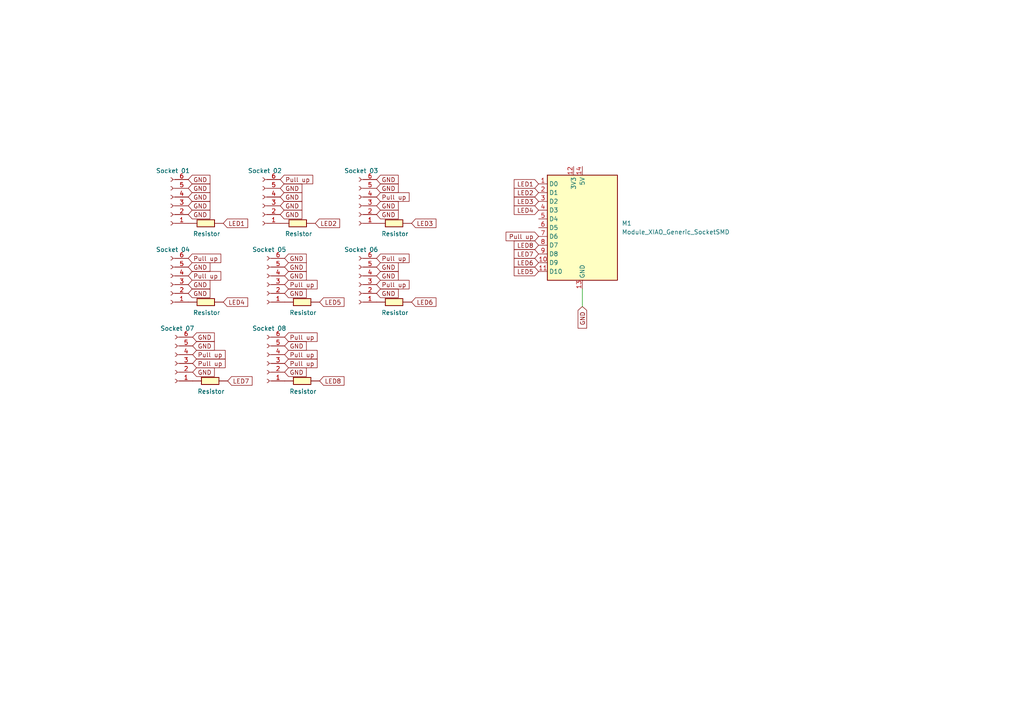
<source format=kicad_sch>
(kicad_sch (version 20250114) (generator "eeschema") (generator_version "9.0")
  (paper "A4")
  (lib_symbols
    (symbol "Connector:Conn_01x06_Socket" (pin_names (offset 1.016) (hide yes))
      (property "Reference" "J" (at 0 7.62 0))
      (property "Value" "Conn_01x06_Socket" (at 0 -10.16 0))
      (symbol "Conn_01x06_Socket_1_1"
        (polyline (pts (xy -1.27 5.08) (xy -0.508 5.08)) (stroke (width 0.1524)))
        (polyline (pts (xy -1.27 2.54) (xy -0.508 2.54)) (stroke (width 0.1524)))
        (polyline (pts (xy -1.27 0) (xy -0.508 0)) (stroke (width 0.1524)))
        (polyline (pts (xy -1.27 -2.54) (xy -0.508 -2.54)) (stroke (width 0.1524)))
        (polyline (pts (xy -1.27 -5.08) (xy -0.508 -5.08)) (stroke (width 0.1524)))
        (polyline (pts (xy -1.27 -7.62) (xy -0.508 -7.62)) (stroke (width 0.1524)))
        (arc (start 0 4.572) (mid -0.5058 5.08) (end 0 5.588) (stroke (width 0.1524)))
        (arc (start 0 2.032) (mid -0.5058 2.54) (end 0 3.048) (stroke (width 0.1524)))
        (arc (start 0 -0.508) (mid -0.5058 0) (end 0 0.508) (stroke (width 0.1524)))
        (arc (start 0 -3.048) (mid -0.5058 -2.54) (end 0 -2.032) (stroke (width 0.1524)))
        (arc (start 0 -5.588) (mid -0.5058 -5.08) (end 0 -4.572) (stroke (width 0.1524)))
        (arc (start 0 -8.128) (mid -0.5058 -7.62) (end 0 -7.112) (stroke (width 0.1524)))
        (pin passive line (at -5.08 5.08 0) (length 3.81) (name "Pin_1") (number "1"))
        (pin passive line (at -5.08 2.54 0) (length 3.81) (name "Pin_2") (number "2"))
        (pin passive line (at -5.08 0 0) (length 3.81) (name "Pin_3") (number "3"))
        (pin passive line (at -5.08 -2.54 0) (length 3.81) (name "Pin_4") (number "4"))
        (pin passive line (at -5.08 -5.08 0) (length 3.81) (name "Pin_5") (number "5"))
        (pin passive line (at -5.08 -7.62 0) (length 3.81) (name "Pin_6") (number "6"))
      )
    )
    (symbol "fab:Module_XIAO_Generic_SocketSMD"
      (property "Reference" "M" (at -10.16 16.51 0))
      (property "Value" "Module_XIAO_Generic_SocketSMD" (at 1.27 16.51 0))
      (symbol "Module_XIAO_Generic_SocketSMD_1_1"
        (rectangle (start -10.16 15.24) (end 10.16 -15.24) (stroke (width 0.254)) (fill (type background)))
        (pin bidirectional line (at -12.7 12.7 0) (length 2.54) (name "D0") (number "1"))
        (pin bidirectional line (at -12.7 10.16 0) (length 2.54) (name "D1") (number "2"))
        (pin bidirectional line (at -12.7 7.62 0) (length 2.54) (name "D2") (number "3"))
        (pin bidirectional line (at -12.7 5.08 0) (length 2.54) (name "D3") (number "4"))
        (pin bidirectional line (at -12.7 2.54 0) (length 2.54) (name "D4") (number "5"))
        (pin bidirectional line (at -12.7 0 0) (length 2.54) (name "D5") (number "6"))
        (pin bidirectional line (at -12.7 -2.54 0) (length 2.54) (name "D6") (number "7"))
        (pin bidirectional line (at -12.7 -5.08 0) (length 2.54) (name "D7") (number "8"))
        (pin bidirectional line (at -12.7 -7.62 0) (length 2.54) (name "D8") (number "9"))
        (pin bidirectional line (at -12.7 -10.16 0) (length 2.54) (name "D9") (number "10"))
        (pin bidirectional line (at -12.7 -12.7 0) (length 2.54) (name "D10") (number "11"))
        (pin power_in line (at -2.54 17.78 270) (length 2.54) (name "3V3") (number "12"))
        (pin power_in line (at 0 17.78 270) (length 2.54) (name "5V") (number "14"))
        (pin power_in line (at 0 -17.78 90) (length 2.54) (name "GND") (number "13"))
      )
    )
    (symbol "fab:R_1206" (pin_numbers (hide yes)) (pin_names (offset 0))
      (property "Reference" "R" (at 2.54 0 90))
      (property "Value" "R_1206" (at -2.54 0 90))
      (symbol "R_1206_0_1"
        (rectangle (start -1.016 -2.54) (end 1.016 2.54) (stroke (width 0.254)) (fill (type background)))
      )
      (symbol "R_1206_1_1"
        (pin passive line (at 0 5.08 270) (length 2.54) (name "~") (number "1"))
        (pin passive line (at 0 -5.08 90) (length 2.54) (name "~") (number "2"))
      )
    )
  )
  (wire (pts (xy 168.91 83.82) (xy 168.91 88.9)))
  (global_label "Pull up" (shape input) (at 82.55 82.55 0) (property "Intersheetrefs" "${INTERSHEET_REFS}" (effects (hide yes))))
  (global_label "LED5" (shape input) (at 92.71 87.63 0) (property "Intersheetrefs" "${INTERSHEET_REFS}" (effects (hide yes))))
  (global_label "GND" (shape input) (at 55.88 100.33 0) (property "Intersheetrefs" "${INTERSHEET_REFS}" (effects (hide yes))))
  (global_label "GND" (shape input) (at 82.55 77.47 0) (property "Intersheetrefs" "${INTERSHEET_REFS}" (effects (hide yes))))
  (global_label "LED2" (shape input) (at 91.44 64.77 0) (property "Intersheetrefs" "${INTERSHEET_REFS}" (effects (hide yes))))
  (global_label "GND" (shape input) (at 82.55 85.09 0) (property "Intersheetrefs" "${INTERSHEET_REFS}" (effects (hide yes))))
  (global_label "GND" (shape input) (at 55.88 107.95 0) (property "Intersheetrefs" "${INTERSHEET_REFS}" (effects (hide yes))))
  (global_label "Pull up" (shape input) (at 82.55 105.41 0) (property "Intersheetrefs" "${INTERSHEET_REFS}" (effects (hide yes))))
  (global_label "LED7" (shape input) (at 66.04 110.49 0) (property "Intersheetrefs" "${INTERSHEET_REFS}" (effects (hide yes))))
  (global_label "GND" (shape input) (at 81.28 54.61 0) (property "Intersheetrefs" "${INTERSHEET_REFS}" (effects (hide yes))))
  (global_label "LED3" (shape input) (at 119.38 64.77 0) (property "Intersheetrefs" "${INTERSHEET_REFS}" (effects (hide yes))))
  (global_label "Pull up" (shape input) (at 109.22 82.55 0) (property "Intersheetrefs" "${INTERSHEET_REFS}" (effects (hide yes))))
  (global_label "LED7" (shape input) (at 156.21 73.66 180) (property "Intersheetrefs" "${INTERSHEET_REFS}" (effects (hide yes))))
  (global_label "LED1" (shape input) (at 156.21 53.34 180) (property "Intersheetrefs" "${INTERSHEET_REFS}" (effects (hide yes))))
  (global_label "GND" (shape input) (at 54.61 59.69 0) (property "Intersheetrefs" "${INTERSHEET_REFS}" (effects (hide yes))))
  (global_label "GND" (shape input) (at 82.55 80.01 0) (property "Intersheetrefs" "${INTERSHEET_REFS}" (effects (hide yes))))
  (global_label "Pull up" (shape input) (at 82.55 102.87 0) (property "Intersheetrefs" "${INTERSHEET_REFS}" (effects (hide yes))))
  (global_label "Pull up" (shape input) (at 54.61 74.93 0) (property "Intersheetrefs" "${INTERSHEET_REFS}" (effects (hide yes))))
  (global_label "Pull up" (shape input) (at 81.28 52.07 0) (property "Intersheetrefs" "${INTERSHEET_REFS}" (effects (hide yes))))
  (global_label "GND" (shape input) (at 54.61 52.07 0) (property "Intersheetrefs" "${INTERSHEET_REFS}" (effects (hide yes))))
  (global_label "GND" (shape input) (at 109.22 59.69 0) (property "Intersheetrefs" "${INTERSHEET_REFS}" (effects (hide yes))))
  (global_label "Pull up" (shape input) (at 109.22 74.93 0) (property "Intersheetrefs" "${INTERSHEET_REFS}" (effects (hide yes))))
  (global_label "GND" (shape input) (at 81.28 59.69 0) (property "Intersheetrefs" "${INTERSHEET_REFS}" (effects (hide yes))))
  (global_label "Pull up" (shape input) (at 54.61 80.01 0) (property "Intersheetrefs" "${INTERSHEET_REFS}" (effects (hide yes))))
  (global_label "GND" (shape input) (at 81.28 62.23 0) (property "Intersheetrefs" "${INTERSHEET_REFS}" (effects (hide yes))))
  (global_label "GND" (shape input) (at 54.61 85.09 0) (property "Intersheetrefs" "${INTERSHEET_REFS}" (effects (hide yes))))
  (global_label "Pull up" (shape input) (at 109.22 57.15 0) (property "Intersheetrefs" "${INTERSHEET_REFS}" (effects (hide yes))))
  (global_label "GND" (shape input) (at 54.61 82.55 0) (property "Intersheetrefs" "${INTERSHEET_REFS}" (effects (hide yes))))
  (global_label "GND" (shape input) (at 109.22 54.61 0) (property "Intersheetrefs" "${INTERSHEET_REFS}" (effects (hide yes))))
  (global_label "Pull up" (shape input) (at 55.88 105.41 0) (property "Intersheetrefs" "${INTERSHEET_REFS}" (effects (hide yes))))
  (global_label "LED6" (shape input) (at 119.38 87.63 0) (property "Intersheetrefs" "${INTERSHEET_REFS}" (effects (hide yes))))
  (global_label "GND" (shape input) (at 109.22 52.07 0) (property "Intersheetrefs" "${INTERSHEET_REFS}" (effects (hide yes))))
  (global_label "LED4" (shape input) (at 156.21 60.96 180) (property "Intersheetrefs" "${INTERSHEET_REFS}" (effects (hide yes))))
  (global_label "LED6" (shape input) (at 156.21 76.2 180) (property "Intersheetrefs" "${INTERSHEET_REFS}" (effects (hide yes))))
  (global_label "Pull up" (shape input) (at 55.88 102.87 0) (property "Intersheetrefs" "${INTERSHEET_REFS}" (effects (hide yes))))
  (global_label "GND" (shape input) (at 109.22 80.01 0) (property "Intersheetrefs" "${INTERSHEET_REFS}" (effects (hide yes))))
  (global_label "GND" (shape input) (at 54.61 77.47 0) (property "Intersheetrefs" "${INTERSHEET_REFS}" (effects (hide yes))))
  (global_label "GND" (shape input) (at 81.28 57.15 0) (property "Intersheetrefs" "${INTERSHEET_REFS}" (effects (hide yes))))
  (global_label "GND" (shape input) (at 109.22 85.09 0) (property "Intersheetrefs" "${INTERSHEET_REFS}" (effects (hide yes))))
  (global_label "LED5" (shape input) (at 156.21 78.74 180) (property "Intersheetrefs" "${INTERSHEET_REFS}" (effects (hide yes))))
  (global_label "GND" (shape input) (at 109.22 62.23 0) (property "Intersheetrefs" "${INTERSHEET_REFS}" (effects (hide yes))))
  (global_label "GND" (shape input) (at 55.88 97.79 0) (property "Intersheetrefs" "${INTERSHEET_REFS}" (effects (hide yes))))
  (global_label "LED8" (shape input) (at 156.21 71.12 180) (property "Intersheetrefs" "${INTERSHEET_REFS}" (effects (hide yes))))
  (global_label "GND" (shape input) (at 109.22 77.47 0) (property "Intersheetrefs" "${INTERSHEET_REFS}" (effects (hide yes))))
  (global_label "Pull up" (shape input) (at 156.21 68.58 180) (property "Intersheetrefs" "${INTERSHEET_REFS}" (effects (hide yes))))
  (global_label "GND" (shape input) (at 82.55 107.95 0) (property "Intersheetrefs" "${INTERSHEET_REFS}" (effects (hide yes))))
  (global_label "LED1" (shape input) (at 64.77 64.77 0) (property "Intersheetrefs" "${INTERSHEET_REFS}" (effects (hide yes))))
  (global_label "LED3" (shape input) (at 156.21 58.42 180) (property "Intersheetrefs" "${INTERSHEET_REFS}" (effects (hide yes))))
  (global_label "GND" (shape input) (at 82.55 74.93 0) (property "Intersheetrefs" "${INTERSHEET_REFS}" (effects (hide yes))))
  (global_label "GND" (shape input) (at 82.55 100.33 0) (property "Intersheetrefs" "${INTERSHEET_REFS}" (effects (hide yes))))
  (global_label "GND" (shape input) (at 54.61 57.15 0) (property "Intersheetrefs" "${INTERSHEET_REFS}" (effects (hide yes))))
  (global_label "GND" (shape input) (at 168.91 88.9 270) (property "Intersheetrefs" "${INTERSHEET_REFS}" (effects (hide yes))))
  (global_label "GND" (shape input) (at 54.61 62.23 0) (property "Intersheetrefs" "${INTERSHEET_REFS}" (effects (hide yes))))
  (global_label "GND" (shape input) (at 54.61 54.61 0) (property "Intersheetrefs" "${INTERSHEET_REFS}" (effects (hide yes))))
  (global_label "Pull up" (shape input) (at 82.55 97.79 0) (property "Intersheetrefs" "${INTERSHEET_REFS}" (effects (hide yes))))
  (global_label "LED8" (shape input) (at 92.71 110.49 0) (property "Intersheetrefs" "${INTERSHEET_REFS}" (effects (hide yes))))
  (global_label "LED4" (shape input) (at 64.77 87.63 0) (property "Intersheetrefs" "${INTERSHEET_REFS}" (effects (hide yes))))
  (global_label "LED2" (shape input) (at 156.21 55.88 180) (property "Intersheetrefs" "${INTERSHEET_REFS}" (effects (hide yes))))
  (symbol (lib_id "Connector:Conn_01x06_Socket") (at 50.8 105.41 180) (unit 1)
    (property "Reference" "J7" (effects (hide yes)))
    (property "Value" "Socket 07" (at 51.435 95.25 0))
    (property "Footprint" "Connector_PinSocket_2.54mm:PinSocket_1x06_P2.54mm_Vertical" (effects (hide yes)))
    (property "Description" "Generic connector, single row, 01x06, script generated" (effects (hide yes)))
  )
  (symbol (lib_id "fab:R_1206") (at 86.36 64.77 90) (unit 1)
    (property "Reference" "R7" (effects (hide yes)))
    (property "Value" "Resistor" (at 86.614 67.818 90))
    (property "Footprint" "fab:R_1206" (effects (hide yes)))
    (property "Description" "Resistor" (effects (hide yes)))
  )
  (symbol (lib_id "fab:R_1206") (at 87.63 110.49 90) (unit 1)
    (property "Reference" "R12" (effects (hide yes)))
    (property "Value" "Resistor" (at 87.884 113.538 90))
    (property "Footprint" "fab:R_1206" (effects (hide yes)))
    (property "Description" "Resistor" (effects (hide yes)))
  )
  (symbol (lib_id "Connector:Conn_01x06_Socket") (at 77.47 82.55 180) (unit 1)
    (property "Reference" "J5" (effects (hide yes)))
    (property "Value" "Socket 05" (at 78.105 72.39 0))
    (property "Footprint" "Connector_PinSocket_2.54mm:PinSocket_1x06_P2.54mm_Vertical" (effects (hide yes)))
    (property "Description" "Generic connector, single row, 01x06, script generated" (effects (hide yes)))
  )
  (symbol (lib_id "fab:R_1206") (at 87.63 87.63 90) (unit 1)
    (property "Reference" "R9" (effects (hide yes)))
    (property "Value" "Resistor" (at 87.884 90.678 90))
    (property "Footprint" "fab:R_1206" (effects (hide yes)))
    (property "Description" "Resistor" (effects (hide yes)))
  )
  (symbol (lib_id "fab:Module_XIAO_Generic_SocketSMD") (at 168.91 66.04 0) (unit 1)
    (property "Reference" "M1" (at 180.34 64.7699 0) (effects (justify left)))
    (property "Value" "Module_XIAO_Generic_SocketSMD" (at 180.34 67.3099 0) (effects (justify left)))
    (property "Footprint" "fab:Module_XIAO_Generic_SocketSMD" (effects (hide yes)))
    (property "Datasheet" "https://wiki.seeedstudio.com/xiao_topic_page/" (effects (hide yes)))
    (property "Description" "The Seeed Studio XIAO series, named after the Chinese word for \"small,\" comprises tiny development boards based on various hardware platforms of ESP32, SAMD21, RP2040, nRF52840, RP2350 and RA4M1, MG24" (effects (hide yes)))
  )
  (symbol (lib_id "Connector:Conn_01x06_Socket") (at 49.53 82.55 180) (unit 1)
    (property "Reference" "J6" (effects (hide yes)))
    (property "Value" "Socket 04" (at 50.165 72.39 0))
    (property "Footprint" "Connector_PinSocket_2.54mm:PinSocket_1x06_P2.54mm_Vertical" (effects (hide yes)))
    (property "Description" "Generic connector, single row, 01x06, script generated" (effects (hide yes)))
  )
  (symbol (lib_id "fab:R_1206") (at 114.3 64.77 90) (unit 1)
    (property "Reference" "R2" (effects (hide yes)))
    (property "Value" "Resistor" (at 114.554 67.818 90))
    (property "Footprint" "fab:R_1206" (effects (hide yes)))
    (property "Description" "Resistor" (effects (hide yes)))
  )
  (symbol (lib_id "fab:R_1206") (at 59.69 64.77 90) (unit 1)
    (property "Reference" "R8" (effects (hide yes)))
    (property "Value" "Resistor" (at 59.944 67.818 90))
    (property "Footprint" "fab:R_1206" (effects (hide yes)))
    (property "Description" "Resistor" (effects (hide yes)))
  )
  (symbol (lib_id "Connector:Conn_01x06_Socket") (at 76.2 59.69 180) (unit 1)
    (property "Reference" "J1" (effects (hide yes)))
    (property "Value" "Socket 02" (at 76.835 49.53 0))
    (property "Footprint" "Connector_PinSocket_2.54mm:PinSocket_1x06_P2.54mm_Vertical" (effects (hide yes)))
    (property "Description" "Generic connector, single row, 01x06, script generated" (effects (hide yes)))
  )
  (symbol (lib_id "Connector:Conn_01x06_Socket") (at 77.47 105.41 180) (unit 1)
    (property "Reference" "J8" (effects (hide yes)))
    (property "Value" "Socket 08" (at 78.105 95.25 0))
    (property "Footprint" "Connector_PinSocket_2.54mm:PinSocket_1x06_P2.54mm_Vertical" (effects (hide yes)))
    (property "Description" "Generic connector, single row, 01x06, script generated" (effects (hide yes)))
  )
  (symbol (lib_id "Connector:Conn_01x06_Socket") (at 104.14 82.55 180) (unit 1)
    (property "Reference" "J4" (effects (hide yes)))
    (property "Value" "Socket 06" (at 104.775 72.39 0))
    (property "Footprint" "Connector_PinSocket_2.54mm:PinSocket_1x06_P2.54mm_Vertical" (effects (hide yes)))
    (property "Description" "Generic connector, single row, 01x06, script generated" (effects (hide yes)))
  )
  (symbol (lib_id "Connector:Conn_01x06_Socket") (at 49.53 59.69 180) (unit 1)
    (property "Reference" "J3" (effects (hide yes)))
    (property "Value" "Socket 01" (at 50.165 49.53 0))
    (property "Footprint" "Connector_PinSocket_2.54mm:PinSocket_1x06_P2.54mm_Vertical" (effects (hide yes)))
    (property "Description" "Generic connector, single row, 01x06, script generated" (effects (hide yes)))
  )
  (symbol (lib_id "Connector:Conn_01x06_Socket") (at 104.14 59.69 180) (unit 1)
    (property "Reference" "J2" (effects (hide yes)))
    (property "Value" "Socket 03" (at 104.775 49.53 0))
    (property "Footprint" "Connector_PinSocket_2.54mm:PinSocket_1x06_P2.54mm_Vertical" (effects (hide yes)))
    (property "Description" "Generic connector, single row, 01x06, script generated" (effects (hide yes)))
  )
  (symbol (lib_id "fab:R_1206") (at 59.69 87.63 90) (unit 1)
    (property "Reference" "R1" (effects (hide yes)))
    (property "Value" "Resistor" (at 59.944 90.678 90))
    (property "Footprint" "fab:R_1206" (effects (hide yes)))
    (property "Description" "Resistor" (effects (hide yes)))
  )
  (symbol (lib_id "fab:R_1206") (at 60.96 110.49 90) (unit 1)
    (property "Reference" "R11" (effects (hide yes)))
    (property "Value" "Resistor" (at 61.214 113.538 90))
    (property "Footprint" "fab:R_1206" (effects (hide yes)))
    (property "Description" "Resistor" (effects (hide yes)))
  )
  (symbol (lib_id "fab:R_1206") (at 114.3 87.63 90) (unit 1)
    (property "Reference" "R10" (effects (hide yes)))
    (property "Value" "Resistor" (at 114.554 90.678 90))
    (property "Footprint" "fab:R_1206" (effects (hide yes)))
    (property "Description" "Resistor" (effects (hide yes)))
  )
)
</source>
